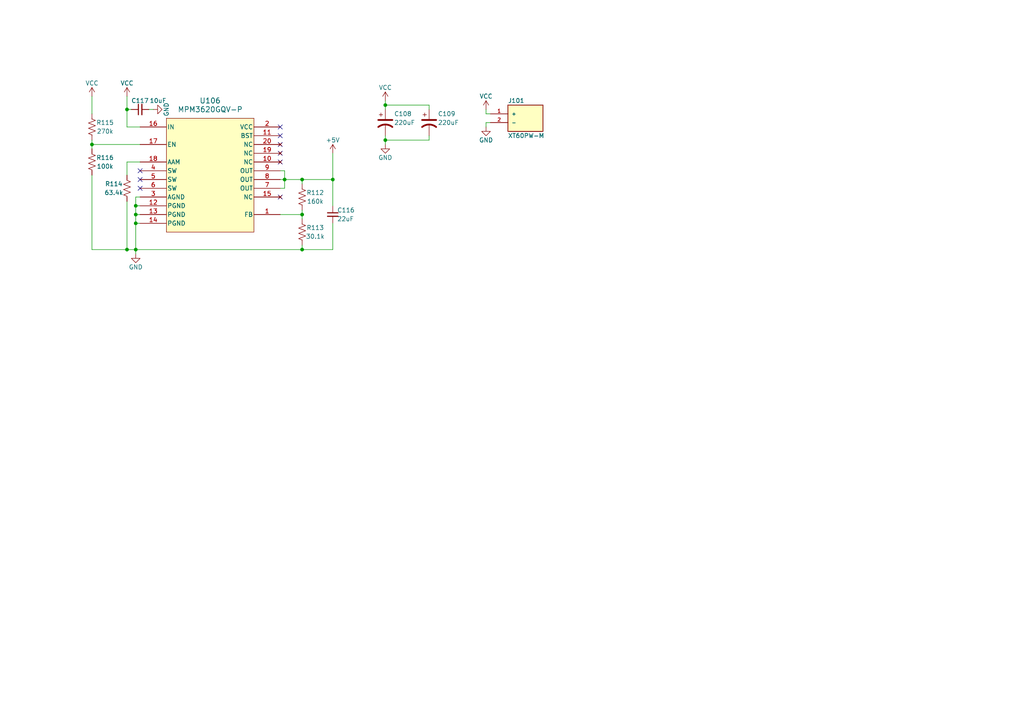
<source format=kicad_sch>
(kicad_sch (version 20230121) (generator eeschema)
  (paper "A4")
  (lib_symbols
    (symbol "Device:C_Polarized_US" (pin_numbers hide) (pin_names (offset 0.254) hide)
      (property "Reference" "C" (at 0.635 2.54 0))
      (property "Value" "C_Polarized_US" (at 0.635 -2.54 0))
      (symbol "C_Polarized_US_0_1"
        (polyline (pts (xy -2.032 0.762) (xy 2.032 0.762)) (stroke (width 0.508)))
        (polyline (pts (xy -1.778 2.286) (xy -0.762 2.286)))
        (polyline (pts (xy -1.27 1.778) (xy -1.27 2.794)))
        (arc (start 2.032 -1.27) (mid 0 -0.5572) (end -2.032 -1.27) (stroke (width 0.508)))
      )
      (symbol "C_Polarized_US_1_1"
        (pin passive line (at 0 3.81 270) (length 2.794) (name "~") (number "1"))
        (pin passive line (at 0 -3.81 90) (length 3.302) (name "~") (number "2"))
      )
    )
    (symbol "Device:C_Small" (pin_numbers hide) (pin_names (offset 0.254) hide)
      (property "Reference" "C" (at 0.254 1.778 0))
      (property "Value" "C_Small" (at 0.254 -2.032 0))
      (symbol "C_Small_0_1"
        (polyline (pts (xy -1.524 -0.508) (xy 1.524 -0.508)) (stroke (width 0.3302)))
        (polyline (pts (xy -1.524 0.508) (xy 1.524 0.508)) (stroke (width 0.3048)))
      )
      (symbol "C_Small_1_1"
        (pin passive line (at 0 2.54 270) (length 2.032) (name "~") (number "1"))
        (pin passive line (at 0 -2.54 90) (length 2.032) (name "~") (number "2"))
      )
    )
    (symbol "Device:R_US" (pin_numbers hide) (pin_names (offset 0))
      (property "Reference" "R" (at 2.54 0 90))
      (property "Value" "R_US" (at -2.54 0 90))
      (symbol "R_US_0_1"
        (polyline (pts (xy 0 -2.286) (xy 0 -2.54)))
        (polyline (pts (xy 0 2.286) (xy 0 2.54)))
        (polyline (pts (xy 0 -0.762) (xy 1.016 -1.143) (xy 0 -1.524) (xy -1.016 -1.905) (xy 0 -2.286)))
        (polyline (pts (xy 0 0.762) (xy 1.016 0.381) (xy 0 0) (xy -1.016 -0.381) (xy 0 -0.762)))
        (polyline (pts (xy 0 2.286) (xy 1.016 1.905) (xy 0 1.524) (xy -1.016 1.143) (xy 0 0.762)))
      )
      (symbol "R_US_1_1"
        (pin passive line (at 0 3.81 270) (length 1.27) (name "~") (number "1"))
        (pin passive line (at 0 -3.81 90) (length 1.27) (name "~") (number "2"))
      )
    )
    (symbol "lib:MPM3620GQV-P" (pin_names (offset 0.254))
      (property "Reference" "U" (at 20.32 10.16 0))
      (property "Value" "MPM3620GQV-P" (at 20.32 7.62 0))
      (symbol "MPM3620GQV-P_1_1"
        (rectangle (start 7.62 5.08) (end 33.02 -27.94) (fill (type background)))
        (pin unspecified line (at 40.64 -22.86 180) (length 7.62) (name "FB") (number "1"))
        (pin no_connect line (at 40.64 -7.62 180) (length 7.62) (name "NC") (number "10"))
        (pin unspecified line (at 40.64 0 180) (length 7.62) (name "BST") (number "11"))
        (pin power_out line (at 0 -20.32 0) (length 7.62) (name "PGND") (number "12"))
        (pin power_out line (at 0 -22.86 0) (length 7.62) (name "PGND") (number "13"))
        (pin power_out line (at 0 -25.4 0) (length 7.62) (name "PGND") (number "14"))
        (pin no_connect line (at 40.64 -17.78 180) (length 7.62) (name "NC") (number "15"))
        (pin power_in line (at 0 2.54 0) (length 7.62) (name "IN") (number "16"))
        (pin unspecified line (at 0 -2.54 0) (length 7.62) (name "EN") (number "17"))
        (pin unspecified line (at 0 -7.62 0) (length 7.62) (name "AAM") (number "18"))
        (pin no_connect line (at 40.64 -5.08 180) (length 7.62) (name "NC") (number "19"))
        (pin power_in line (at 40.64 2.54 180) (length 7.62) (name "VCC") (number "2"))
        (pin no_connect line (at 40.64 -2.54 180) (length 7.62) (name "NC") (number "20"))
        (pin power_out line (at 0 -17.78 0) (length 7.62) (name "AGND") (number "3"))
        (pin output line (at 0 -10.16 0) (length 7.62) (name "SW") (number "4"))
        (pin output line (at 0 -12.7 0) (length 7.62) (name "SW") (number "5"))
        (pin output line (at 0 -15.24 0) (length 7.62) (name "SW") (number "6"))
        (pin output line (at 40.64 -15.24 180) (length 7.62) (name "OUT") (number "7"))
        (pin output line (at 40.64 -12.7 180) (length 7.62) (name "OUT") (number "8"))
        (pin output line (at 40.64 -10.16 180) (length 7.62) (name "OUT") (number "9"))
      )
    )
    (symbol "lib:XT60PW-M" (pin_names (offset 1.016))
      (property "Reference" "J" (at -5.08 5.7234 0))
      (property "Value" "XT60PW-M" (at -5.08 -5.0923 0))
      (symbol "XT60PW-M_0_0"
        (rectangle (start -5.08 -2.54) (end 5.08 5.08) (stroke (width 0.254)) (fill (type background)))
      )
      (symbol "XT60PW-M_1_0"
        (pin power_in line (at -10.16 2.54 0) (length 5.08) (name "+") (number "1"))
        (pin power_in line (at -10.16 0 0) (length 5.08) (name "-") (number "2"))
      )
    )
    (symbol "power:+5V" (power) (pin_names (offset 0))
      (property "Value" "+5V" (at 0 3.556 0))
      (symbol "+5V_0_1"
        (polyline (pts (xy -0.762 1.27) (xy 0 2.54)))
        (polyline (pts (xy 0 0) (xy 0 2.54)))
        (polyline (pts (xy 0 2.54) (xy 0.762 1.27)))
      )
      (symbol "+5V_1_1"
        (pin power_in line (at 0 0 90) (length 0) hide (name "+5V") (number "1"))
      )
    )
    (symbol "power:GND" (power) (pin_names (offset 0))
      (property "Value" "GND" (at 0 -3.81 0))
      (symbol "GND_0_1"
        (polyline (pts (xy 0 0) (xy 0 -1.27) (xy 1.27 -1.27) (xy 0 -2.54) (xy -1.27 -1.27) (xy 0 -1.27)))
      )
      (symbol "GND_1_1"
        (pin power_in line (at 0 0 270) (length 0) hide (name "GND") (number "1"))
      )
    )
    (symbol "power:VCC" (power) (pin_names (offset 0))
      (property "Value" "VCC" (at 0 3.81 0))
      (symbol "VCC_0_1"
        (polyline (pts (xy -0.762 1.27) (xy 0 2.54)))
        (polyline (pts (xy 0 0) (xy 0 2.54)))
        (polyline (pts (xy 0 2.54) (xy 0.762 1.27)))
      )
      (symbol "VCC_1_1"
        (pin power_in line (at 0 0 90) (length 0) hide (name "VCC") (number "1"))
      )
    )
  )
  (junction (at 87.63 52.07))
  (junction (at 96.52 52.07))
  (junction (at 82.55 52.07))
  (junction (at 26.67 41.91))
  (junction (at 39.37 64.77))
  (junction (at 36.83 31.75))
  (junction (at 39.37 59.69))
  (junction (at 111.76 30.48))
  (junction (at 87.63 72.39))
  (junction (at 39.37 62.23))
  (junction (at 39.37 72.39))
  (junction (at 36.83 72.39))
  (junction (at 111.76 40.64))
  (junction (at 87.63 62.23))
  (no_connect (at 81.28 44.45))
  (no_connect (at 81.28 46.99))
  (no_connect (at 81.28 39.37))
  (no_connect (at 81.28 36.83))
  (no_connect (at 40.64 52.07))
  (no_connect (at 40.64 49.53))
  (no_connect (at 81.28 57.15))
  (no_connect (at 81.28 41.91))
  (no_connect (at 40.64 54.61))
  (wire (pts (xy 96.52 52.07) (xy 87.63 52.07)))
  (wire (pts (xy 40.64 36.83) (xy 36.83 36.83)))
  (wire (pts (xy 40.64 57.15) (xy 39.37 57.15)))
  (wire (pts (xy 81.28 62.23) (xy 87.63 62.23)))
  (wire (pts (xy 96.52 64.77) (xy 96.52 72.39)))
  (wire (pts (xy 87.63 62.23) (xy 87.63 63.5)))
  (wire (pts (xy 87.63 72.39) (xy 96.52 72.39)))
  (wire (pts (xy 39.37 59.69) (xy 39.37 62.23)))
  (wire (pts (xy 26.67 40.64) (xy 26.67 41.91)))
  (wire (pts (xy 111.76 31.75) (xy 111.76 30.48)))
  (wire (pts (xy 26.67 50.8) (xy 26.67 72.39)))
  (wire (pts (xy 111.76 39.37) (xy 111.76 40.64)))
  (wire (pts (xy 142.24 35.56) (xy 140.97 35.56)))
  (wire (pts (xy 40.64 46.99) (xy 36.83 46.99)))
  (wire (pts (xy 36.83 72.39) (xy 39.37 72.39)))
  (wire (pts (xy 44.45 31.75) (xy 43.18 31.75)))
  (wire (pts (xy 96.52 44.45) (xy 96.52 52.07)))
  (wire (pts (xy 140.97 31.75) (xy 140.97 33.02)))
  (wire (pts (xy 39.37 73.66) (xy 39.37 72.39)))
  (wire (pts (xy 111.76 40.64) (xy 111.76 41.91)))
  (wire (pts (xy 26.67 41.91) (xy 26.67 43.18)))
  (wire (pts (xy 81.28 54.61) (xy 82.55 54.61)))
  (wire (pts (xy 39.37 64.77) (xy 39.37 62.23)))
  (wire (pts (xy 87.63 52.07) (xy 87.63 53.34)))
  (wire (pts (xy 39.37 72.39) (xy 87.63 72.39)))
  (wire (pts (xy 40.64 59.69) (xy 39.37 59.69)))
  (wire (pts (xy 111.76 29.21) (xy 111.76 30.48)))
  (wire (pts (xy 87.63 60.96) (xy 87.63 62.23)))
  (wire (pts (xy 140.97 35.56) (xy 140.97 36.83)))
  (wire (pts (xy 111.76 40.64) (xy 124.46 40.64)))
  (wire (pts (xy 82.55 49.53) (xy 82.55 52.07)))
  (wire (pts (xy 82.55 54.61) (xy 82.55 52.07)))
  (wire (pts (xy 87.63 71.12) (xy 87.63 72.39)))
  (wire (pts (xy 81.28 49.53) (xy 82.55 49.53)))
  (wire (pts (xy 39.37 62.23) (xy 40.64 62.23)))
  (wire (pts (xy 36.83 27.94) (xy 36.83 31.75)))
  (wire (pts (xy 82.55 52.07) (xy 87.63 52.07)))
  (wire (pts (xy 40.64 64.77) (xy 39.37 64.77)))
  (wire (pts (xy 26.67 41.91) (xy 40.64 41.91)))
  (wire (pts (xy 82.55 52.07) (xy 81.28 52.07)))
  (wire (pts (xy 36.83 31.75) (xy 36.83 36.83)))
  (wire (pts (xy 36.83 46.99) (xy 36.83 50.8)))
  (wire (pts (xy 39.37 57.15) (xy 39.37 59.69)))
  (wire (pts (xy 38.1 31.75) (xy 36.83 31.75)))
  (wire (pts (xy 26.67 27.94) (xy 26.67 33.02)))
  (wire (pts (xy 111.76 30.48) (xy 124.46 30.48)))
  (wire (pts (xy 96.52 52.07) (xy 96.52 59.69)))
  (wire (pts (xy 26.67 72.39) (xy 36.83 72.39)))
  (wire (pts (xy 142.24 33.02) (xy 140.97 33.02)))
  (wire (pts (xy 36.83 58.42) (xy 36.83 72.39)))
  (wire (pts (xy 124.46 30.48) (xy 124.46 31.75)))
  (wire (pts (xy 39.37 64.77) (xy 39.37 72.39)))
  (wire (pts (xy 124.46 40.64) (xy 124.46 39.37)))
  (symbol (lib_id "Device:R_US") (at 87.63 57.15 180) (unit 1)
    (property "Reference" "R112" (at 91.44 55.88 0))
    (property "Value" "160k" (at 91.44 58.42 0))
    (property "Footprint" "Resistor_SMD:R_0603_1608Metric" (effects hide))
    (instances (project "motortester-v2.0" (path "" (reference "R112") (unit 1)) (path "" (reference "R304") (unit 1))))
  )
  (symbol (lib_id "power:VCC") (at 26.67 27.94 0) (unit 1)
    (property "Reference" "#PWR0144" (effects hide))
    (property "Value" "VCC" (at 26.67 24.13 0))
    (instances (project "motortester-v2.0" (path "" (reference "#PWR0144") (unit 1)) (path "" (reference "#PWR0301") (unit 1))))
  )
  (symbol (lib_id "power:GND") (at 44.45 31.75 90) (unit 1)
    (property "Reference" "#PWR0141" (effects hide))
    (property "Value" "GND" (at 48.26 31.75 0))
    (instances (project "motortester-v2.0" (path "" (reference "#PWR0141") (unit 1)) (path "" (reference "#PWR0304") (unit 1))))
  )
  (symbol (lib_id "Device:R_US") (at 26.67 36.83 180) (unit 1)
    (property "Reference" "R115" (at 30.48 35.56 0))
    (property "Value" "270k" (at 30.48 38.1 0))
    (property "Footprint" "Resistor_SMD:R_0603_1608Metric" (effects hide))
    (instances (project "motortester-v2.0" (path "" (reference "R115") (unit 1)) (path "" (reference "R301") (unit 1))))
  )
  (symbol (lib_id "power:+5V") (at 96.52 44.45 0) (unit 1)
    (property "Reference" "#PWR0138" (effects hide))
    (property "Value" "+5V" (at 96.52 40.64 0))
    (instances (project "motortester-v2.0" (path "" (reference "#PWR0138") (unit 1)) (path "" (reference "#PWR0305") (unit 1))))
  )
  (symbol (lib_id "power:VCC") (at 140.97 31.75 0) (unit 1)
    (property "Reference" "#PWR0109" (effects hide))
    (property "Value" "VCC" (at 140.97 27.94 0))
    (instances (project "motortester-v2.0" (path "" (reference "#PWR0109") (unit 1)) (path "" (reference "#PWR0308") (unit 1))))
  )
  (symbol (lib_id "power:VCC") (at 111.76 29.21 0) (unit 1)
    (property "Reference" "#PWR0105" (effects hide))
    (property "Value" "VCC" (at 111.76 25.4 0))
    (instances (project "motortester-v2.0" (path "" (reference "#PWR0105") (unit 1)) (path "" (reference "#PWR0306") (unit 1))))
  )
  (symbol (lib_id "power:GND") (at 111.76 41.91 0) (unit 1)
    (property "Reference" "#PWR0106" (effects hide))
    (property "Value" "GND" (at 111.76 45.72 0))
    (instances (project "motortester-v2.0" (path "" (reference "#PWR0106") (unit 1)) (path "" (reference "#PWR0307") (unit 1))))
  )
  (symbol (lib_id "Device:R_US") (at 87.63 67.31 180) (unit 1)
    (property "Reference" "R113" (at 91.44 66.04 0))
    (property "Value" "30.1k" (at 91.44 68.58 0))
    (property "Footprint" "Resistor_SMD:R_0603_1608Metric" (effects hide))
    (instances (project "motortester-v2.0" (path "" (reference "R113") (unit 1)) (path "" (reference "R305") (unit 1))))
  )
  (symbol (lib_id "Device:C_Polarized_US") (at 124.46 35.56 0) (unit 1)
    (property "Reference" "C109" (at 127 33.02 0) (effects (justify left)))
    (property "Value" "220uF" (at 127 35.56 0) (effects (justify left)))
    (property "Footprint" "Capacitor_THT:CP_Radial_D10.0mm_P5.00mm" (effects hide))
    (instances (project "motortester-v2.0" (path "" (reference "C109") (unit 1)) (path "" (reference "C304") (unit 1))))
  )
  (symbol (lib_id "lib:XT60PW-M") (at 152.4 35.56 0) (unit 1)
    (property "Reference" "J101" (at 147.32 29.21 0) (effects (justify left)))
    (property "Value" "XT60PW-M" (at 147.32 39.37 0) (effects (justify left)))
    (property "Footprint" "lib:AMASS_XT60PW-M" (effects hide))
    (property "Description" "\nSocket, DC supply, male, PIN: 2\n" (effects hide))
    (instances (project "motortester-v2.0" (path "" (reference "J101") (unit 1)) (path "" (reference "J301") (unit 1))))
  )
  (symbol (lib_id "Device:C_Polarized_US") (at 111.76 35.56 0) (unit 1)
    (property "Reference" "C108" (at 114.3 33.02 0) (effects (justify left)))
    (property "Value" "220uF" (at 114.3 35.56 0) (effects (justify left)))
    (property "Footprint" "Capacitor_THT:CP_Radial_D10.0mm_P5.00mm" (effects hide))
    (instances (project "motortester-v2.0" (path "" (reference "C108") (unit 1)) (path "" (reference "C303") (unit 1))))
  )
  (symbol (lib_id "power:GND") (at 140.97 36.83 0) (unit 1)
    (property "Reference" "#PWR0108" (effects hide))
    (property "Value" "GND" (at 140.97 40.64 0))
    (instances (project "motortester-v2.0" (path "" (reference "#PWR0108") (unit 1)) (path "" (reference "#PWR0309") (unit 1))))
  )
  (symbol (lib_id "power:VCC") (at 36.83 27.94 0) (unit 1)
    (property "Reference" "#PWR0137" (effects hide))
    (property "Value" "VCC" (at 36.83 24.13 0))
    (instances (project "motortester-v2.0" (path "" (reference "#PWR0137") (unit 1)) (path "" (reference "#PWR0302") (unit 1))))
  )
  (symbol (lib_id "Device:C_Small") (at 40.64 31.75 90) (unit 1)
    (property "Reference" "C117" (at 43.18 29.21 90) (effects (justify left)))
    (property "Value" "10uF" (at 48.26 29.21 90) (effects (justify left)))
    (property "Footprint" "Resistor_SMD:R_1206_3216Metric" (effects hide))
    (instances (project "motortester-v2.0" (path "" (reference "C117") (unit 1)) (path "" (reference "C301") (unit 1))))
  )
  (symbol (lib_id "power:GND") (at 39.37 73.66 0) (unit 1)
    (property "Reference" "#PWR0140" (effects hide))
    (property "Value" "GND" (at 39.37 77.47 0))
    (instances (project "motortester-v2.0" (path "" (reference "#PWR0140") (unit 1)) (path "" (reference "#PWR0303") (unit 1))))
  )
  (symbol (lib_id "lib:MPM3620GQV-P") (at 40.64 39.37 0) (unit 1)
    (property "Reference" "U106" (at 60.96 29.21 0) (effects (font (size 1.524 1.524))))
    (property "Value" "MPM3620GQV-P" (at 60.96 31.75 0) (effects (font (size 1.524 1.524))))
    (property "Footprint" "lib:MPM3620GQV-P" (effects hide))
    (property "Datasheet" "MPM3620GQV-P" (effects hide))
    (instances (project "motortester-v2.0" (path "" (reference "U106") (unit 1)) (path "" (reference "U301") (unit 1))))
  )
  (symbol (lib_id "Device:R_US") (at 36.83 54.61 180) (unit 1)
    (property "Reference" "R114" (at 33.02 53.34 0))
    (property "Value" "63.4k" (at 33.02 55.88 0))
    (property "Footprint" "Resistor_SMD:R_0603_1608Metric" (effects hide))
    (instances (project "motortester-v2.0" (path "" (reference "R114") (unit 1)) (path "" (reference "R303") (unit 1))))
  )
  (symbol (lib_id "Device:R_US") (at 26.67 46.99 180) (unit 1)
    (property "Reference" "R116" (at 30.48 45.72 0))
    (property "Value" "100k" (at 30.48 48.26 0))
    (property "Footprint" "Resistor_SMD:R_0603_1608Metric" (effects hide))
    (instances (project "motortester-v2.0" (path "" (reference "R116") (unit 1)) (path "" (reference "R302") (unit 1))))
  )
  (symbol (lib_id "Device:C_Small") (at 96.52 62.23 0) (unit 1)
    (property "Reference" "C116" (at 97.79 60.96 0) (effects (justify left)))
    (property "Value" "22uF" (at 97.79 63.5 0) (effects (justify left)))
    (property "Footprint" "Resistor_SMD:R_1206_3216Metric" (effects hide))
    (instances (project "motortester-v2.0" (path "" (reference "C116") (unit 1)) (path "" (reference "C302") (unit 1))))
  )
)
</source>
